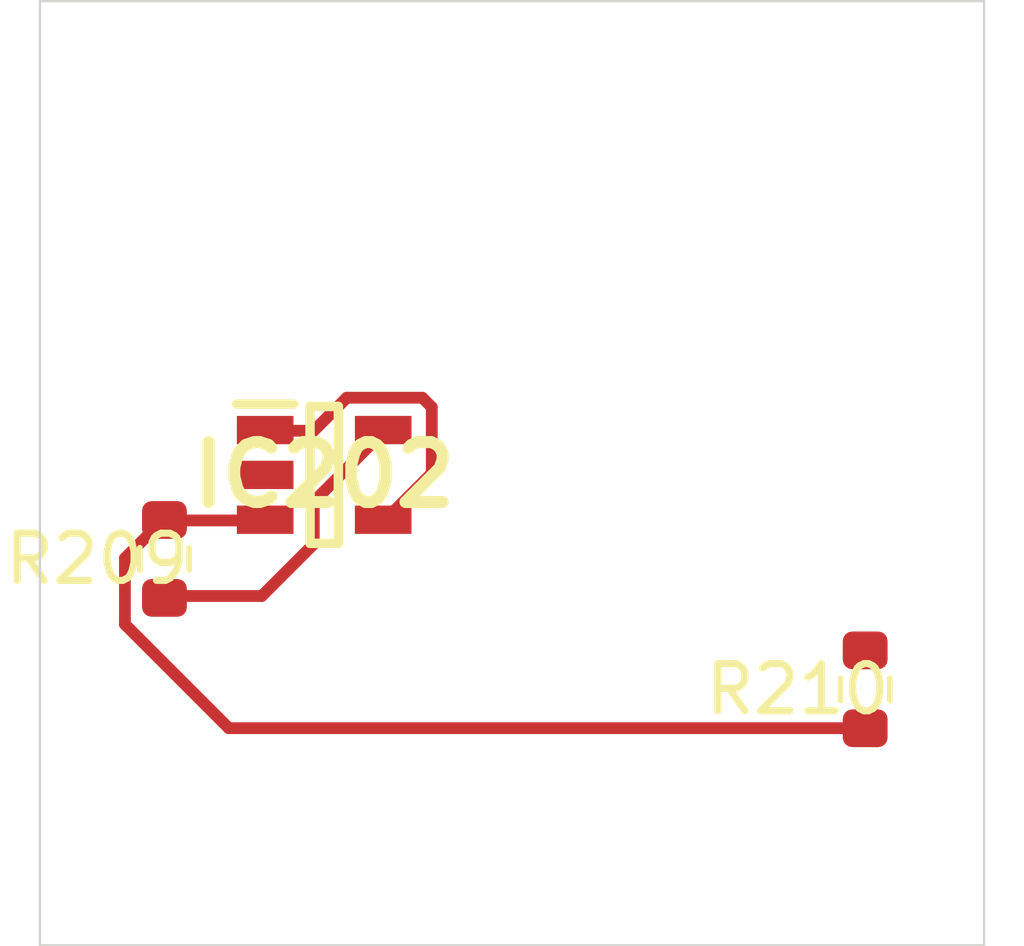
<source format=kicad_pcb>
 ( kicad_pcb  ( version 20171130 )
 ( host pcbnew 5.1.12-84ad8e8a86~92~ubuntu18.04.1 )
 ( general  ( thickness 1.6 )
 ( drawings 4 )
 ( tracks 0 )
 ( zones 0 )
 ( modules 3 )
 ( nets 5 )
)
 ( page A4 )
 ( layers  ( 0 F.Cu signal )
 ( 31 B.Cu signal )
 ( 32 B.Adhes user )
 ( 33 F.Adhes user )
 ( 34 B.Paste user )
 ( 35 F.Paste user )
 ( 36 B.SilkS user )
 ( 37 F.SilkS user )
 ( 38 B.Mask user )
 ( 39 F.Mask user )
 ( 40 Dwgs.User user )
 ( 41 Cmts.User user )
 ( 42 Eco1.User user )
 ( 43 Eco2.User user )
 ( 44 Edge.Cuts user )
 ( 45 Margin user )
 ( 46 B.CrtYd user )
 ( 47 F.CrtYd user )
 ( 48 B.Fab user )
 ( 49 F.Fab user )
)
 ( setup  ( last_trace_width 0.25 )
 ( trace_clearance 0.2 )
 ( zone_clearance 0.508 )
 ( zone_45_only no )
 ( trace_min 0.2 )
 ( via_size 0.8 )
 ( via_drill 0.4 )
 ( via_min_size 0.4 )
 ( via_min_drill 0.3 )
 ( uvia_size 0.3 )
 ( uvia_drill 0.1 )
 ( uvias_allowed no )
 ( uvia_min_size 0.2 )
 ( uvia_min_drill 0.1 )
 ( edge_width 0.05 )
 ( segment_width 0.2 )
 ( pcb_text_width 0.3 )
 ( pcb_text_size 1.5 1.5 )
 ( mod_edge_width 0.12 )
 ( mod_text_size 1 1 )
 ( mod_text_width 0.15 )
 ( pad_size 1.524 1.524 )
 ( pad_drill 0.762 )
 ( pad_to_mask_clearance 0 )
 ( aux_axis_origin 0 0 )
 ( visible_elements FFFFFF7F )
 ( pcbplotparams  ( layerselection 0x010fc_ffffffff )
 ( usegerberextensions false )
 ( usegerberattributes true )
 ( usegerberadvancedattributes true )
 ( creategerberjobfile true )
 ( excludeedgelayer true )
 ( linewidth 0.100000 )
 ( plotframeref false )
 ( viasonmask false )
 ( mode 1 )
 ( useauxorigin false )
 ( hpglpennumber 1 )
 ( hpglpenspeed 20 )
 ( hpglpendiameter 15.000000 )
 ( psnegative false )
 ( psa4output false )
 ( plotreference true )
 ( plotvalue true )
 ( plotinvisibletext false )
 ( padsonsilk false )
 ( subtractmaskfromsilk false )
 ( outputformat 1 )
 ( mirror false )
 ( drillshape 1 )
 ( scaleselection 1 )
 ( outputdirectory "" )
)
)
 ( net 0 "" )
 ( net 1 GND )
 ( net 2 VDDA )
 ( net 3 /Sheet6235D886/vp )
 ( net 4 "Net-(IC202-Pad3)" )
 ( net_class Default "This is the default net class."  ( clearance 0.2 )
 ( trace_width 0.25 )
 ( via_dia 0.8 )
 ( via_drill 0.4 )
 ( uvia_dia 0.3 )
 ( uvia_drill 0.1 )
 ( add_net /Sheet6235D886/vp )
 ( add_net GND )
 ( add_net "Net-(IC202-Pad3)" )
 ( add_net VDDA )
)
 ( module SOT95P280X145-5N locked  ( layer F.Cu )
 ( tedit 62336ED7 )
 ( tstamp 623423ED )
 ( at 86.020900 110.035000 )
 ( descr DBV0005A )
 ( tags "Integrated Circuit" )
 ( path /6235D887/6266C08E )
 ( attr smd )
 ( fp_text reference IC202  ( at 0 0 )
 ( layer F.SilkS )
 ( effects  ( font  ( size 1.27 1.27 )
 ( thickness 0.254 )
)
)
)
 ( fp_text value TL071HIDBVR  ( at 0 0 )
 ( layer F.SilkS )
hide  ( effects  ( font  ( size 1.27 1.27 )
 ( thickness 0.254 )
)
)
)
 ( fp_line  ( start -1.85 -1.5 )
 ( end -0.65 -1.5 )
 ( layer F.SilkS )
 ( width 0.2 )
)
 ( fp_line  ( start -0.3 1.45 )
 ( end -0.3 -1.45 )
 ( layer F.SilkS )
 ( width 0.2 )
)
 ( fp_line  ( start 0.3 1.45 )
 ( end -0.3 1.45 )
 ( layer F.SilkS )
 ( width 0.2 )
)
 ( fp_line  ( start 0.3 -1.45 )
 ( end 0.3 1.45 )
 ( layer F.SilkS )
 ( width 0.2 )
)
 ( fp_line  ( start -0.3 -1.45 )
 ( end 0.3 -1.45 )
 ( layer F.SilkS )
 ( width 0.2 )
)
 ( fp_line  ( start -0.8 -0.5 )
 ( end 0.15 -1.45 )
 ( layer Dwgs.User )
 ( width 0.1 )
)
 ( fp_line  ( start -0.8 1.45 )
 ( end -0.8 -1.45 )
 ( layer Dwgs.User )
 ( width 0.1 )
)
 ( fp_line  ( start 0.8 1.45 )
 ( end -0.8 1.45 )
 ( layer Dwgs.User )
 ( width 0.1 )
)
 ( fp_line  ( start 0.8 -1.45 )
 ( end 0.8 1.45 )
 ( layer Dwgs.User )
 ( width 0.1 )
)
 ( fp_line  ( start -0.8 -1.45 )
 ( end 0.8 -1.45 )
 ( layer Dwgs.User )
 ( width 0.1 )
)
 ( fp_line  ( start -2.1 1.775 )
 ( end -2.1 -1.775 )
 ( layer Dwgs.User )
 ( width 0.05 )
)
 ( fp_line  ( start 2.1 1.775 )
 ( end -2.1 1.775 )
 ( layer Dwgs.User )
 ( width 0.05 )
)
 ( fp_line  ( start 2.1 -1.775 )
 ( end 2.1 1.775 )
 ( layer Dwgs.User )
 ( width 0.05 )
)
 ( fp_line  ( start -2.1 -1.775 )
 ( end 2.1 -1.775 )
 ( layer Dwgs.User )
 ( width 0.05 )
)
 ( pad 1 smd rect  ( at -1.25 -0.95 90.000000 )
 ( size 0.6 1.2 )
 ( layers F.Cu F.Mask F.Paste )
 ( net 3 /Sheet6235D886/vp )
)
 ( pad 2 smd rect  ( at -1.25 0 90.000000 )
 ( size 0.6 1.2 )
 ( layers F.Cu F.Mask F.Paste )
 ( net 1 GND )
)
 ( pad 3 smd rect  ( at -1.25 0.95 90.000000 )
 ( size 0.6 1.2 )
 ( layers F.Cu F.Mask F.Paste )
 ( net 4 "Net-(IC202-Pad3)" )
)
 ( pad 4 smd rect  ( at 1.25 0.95 90.000000 )
 ( size 0.6 1.2 )
 ( layers F.Cu F.Mask F.Paste )
 ( net 3 /Sheet6235D886/vp )
)
 ( pad 5 smd rect  ( at 1.25 -0.95 90.000000 )
 ( size 0.6 1.2 )
 ( layers F.Cu F.Mask F.Paste )
 ( net 2 VDDA )
)
)
 ( module Resistor_SMD:R_0603_1608Metric  ( layer F.Cu )
 ( tedit 5F68FEEE )
 ( tstamp 62342595 )
 ( at 82.637100 111.815000 90.000000 )
 ( descr "Resistor SMD 0603 (1608 Metric), square (rectangular) end terminal, IPC_7351 nominal, (Body size source: IPC-SM-782 page 72, https://www.pcb-3d.com/wordpress/wp-content/uploads/ipc-sm-782a_amendment_1_and_2.pdf), generated with kicad-footprint-generator" )
 ( tags resistor )
 ( path /6235D887/623CDBD9 )
 ( attr smd )
 ( fp_text reference R209  ( at 0 -1.43 )
 ( layer F.SilkS )
 ( effects  ( font  ( size 1 1 )
 ( thickness 0.15 )
)
)
)
 ( fp_text value 100k  ( at 0 1.43 )
 ( layer F.Fab )
 ( effects  ( font  ( size 1 1 )
 ( thickness 0.15 )
)
)
)
 ( fp_line  ( start -0.8 0.4125 )
 ( end -0.8 -0.4125 )
 ( layer F.Fab )
 ( width 0.1 )
)
 ( fp_line  ( start -0.8 -0.4125 )
 ( end 0.8 -0.4125 )
 ( layer F.Fab )
 ( width 0.1 )
)
 ( fp_line  ( start 0.8 -0.4125 )
 ( end 0.8 0.4125 )
 ( layer F.Fab )
 ( width 0.1 )
)
 ( fp_line  ( start 0.8 0.4125 )
 ( end -0.8 0.4125 )
 ( layer F.Fab )
 ( width 0.1 )
)
 ( fp_line  ( start -0.237258 -0.5225 )
 ( end 0.237258 -0.5225 )
 ( layer F.SilkS )
 ( width 0.12 )
)
 ( fp_line  ( start -0.237258 0.5225 )
 ( end 0.237258 0.5225 )
 ( layer F.SilkS )
 ( width 0.12 )
)
 ( fp_line  ( start -1.48 0.73 )
 ( end -1.48 -0.73 )
 ( layer F.CrtYd )
 ( width 0.05 )
)
 ( fp_line  ( start -1.48 -0.73 )
 ( end 1.48 -0.73 )
 ( layer F.CrtYd )
 ( width 0.05 )
)
 ( fp_line  ( start 1.48 -0.73 )
 ( end 1.48 0.73 )
 ( layer F.CrtYd )
 ( width 0.05 )
)
 ( fp_line  ( start 1.48 0.73 )
 ( end -1.48 0.73 )
 ( layer F.CrtYd )
 ( width 0.05 )
)
 ( fp_text user %R  ( at 0 0 )
 ( layer F.Fab )
 ( effects  ( font  ( size 0.4 0.4 )
 ( thickness 0.06 )
)
)
)
 ( pad 1 smd roundrect  ( at -0.825 0 90.000000 )
 ( size 0.8 0.95 )
 ( layers F.Cu F.Mask F.Paste )
 ( roundrect_rratio 0.25 )
 ( net 2 VDDA )
)
 ( pad 2 smd roundrect  ( at 0.825 0 90.000000 )
 ( size 0.8 0.95 )
 ( layers F.Cu F.Mask F.Paste )
 ( roundrect_rratio 0.25 )
 ( net 4 "Net-(IC202-Pad3)" )
)
 ( model ${KISYS3DMOD}/Resistor_SMD.3dshapes/R_0603_1608Metric.wrl  ( at  ( xyz 0 0 0 )
)
 ( scale  ( xyz 1 1 1 )
)
 ( rotate  ( xyz 0 0 0 )
)
)
)
 ( module Resistor_SMD:R_0603_1608Metric  ( layer F.Cu )
 ( tedit 5F68FEEE )
 ( tstamp 623425A6 )
 ( at 97.480700 114.577000 90.000000 )
 ( descr "Resistor SMD 0603 (1608 Metric), square (rectangular) end terminal, IPC_7351 nominal, (Body size source: IPC-SM-782 page 72, https://www.pcb-3d.com/wordpress/wp-content/uploads/ipc-sm-782a_amendment_1_and_2.pdf), generated with kicad-footprint-generator" )
 ( tags resistor )
 ( path /6235D887/623CDBDF )
 ( attr smd )
 ( fp_text reference R210  ( at 0 -1.43 )
 ( layer F.SilkS )
 ( effects  ( font  ( size 1 1 )
 ( thickness 0.15 )
)
)
)
 ( fp_text value 100k  ( at 0 1.43 )
 ( layer F.Fab )
 ( effects  ( font  ( size 1 1 )
 ( thickness 0.15 )
)
)
)
 ( fp_line  ( start 1.48 0.73 )
 ( end -1.48 0.73 )
 ( layer F.CrtYd )
 ( width 0.05 )
)
 ( fp_line  ( start 1.48 -0.73 )
 ( end 1.48 0.73 )
 ( layer F.CrtYd )
 ( width 0.05 )
)
 ( fp_line  ( start -1.48 -0.73 )
 ( end 1.48 -0.73 )
 ( layer F.CrtYd )
 ( width 0.05 )
)
 ( fp_line  ( start -1.48 0.73 )
 ( end -1.48 -0.73 )
 ( layer F.CrtYd )
 ( width 0.05 )
)
 ( fp_line  ( start -0.237258 0.5225 )
 ( end 0.237258 0.5225 )
 ( layer F.SilkS )
 ( width 0.12 )
)
 ( fp_line  ( start -0.237258 -0.5225 )
 ( end 0.237258 -0.5225 )
 ( layer F.SilkS )
 ( width 0.12 )
)
 ( fp_line  ( start 0.8 0.4125 )
 ( end -0.8 0.4125 )
 ( layer F.Fab )
 ( width 0.1 )
)
 ( fp_line  ( start 0.8 -0.4125 )
 ( end 0.8 0.4125 )
 ( layer F.Fab )
 ( width 0.1 )
)
 ( fp_line  ( start -0.8 -0.4125 )
 ( end 0.8 -0.4125 )
 ( layer F.Fab )
 ( width 0.1 )
)
 ( fp_line  ( start -0.8 0.4125 )
 ( end -0.8 -0.4125 )
 ( layer F.Fab )
 ( width 0.1 )
)
 ( fp_text user %R  ( at 0 0 )
 ( layer F.Fab )
 ( effects  ( font  ( size 0.4 0.4 )
 ( thickness 0.06 )
)
)
)
 ( pad 2 smd roundrect  ( at 0.825 0 90.000000 )
 ( size 0.8 0.95 )
 ( layers F.Cu F.Mask F.Paste )
 ( roundrect_rratio 0.25 )
 ( net 1 GND )
)
 ( pad 1 smd roundrect  ( at -0.825 0 90.000000 )
 ( size 0.8 0.95 )
 ( layers F.Cu F.Mask F.Paste )
 ( roundrect_rratio 0.25 )
 ( net 4 "Net-(IC202-Pad3)" )
)
 ( model ${KISYS3DMOD}/Resistor_SMD.3dshapes/R_0603_1608Metric.wrl  ( at  ( xyz 0 0 0 )
)
 ( scale  ( xyz 1 1 1 )
)
 ( rotate  ( xyz 0 0 0 )
)
)
)
 ( gr_line  ( start 100 100 )
 ( end 100 120 )
 ( layer Edge.Cuts )
 ( width 0.05 )
 ( tstamp 62E770C4 )
)
 ( gr_line  ( start 80 120 )
 ( end 100 120 )
 ( layer Edge.Cuts )
 ( width 0.05 )
 ( tstamp 62E770C0 )
)
 ( gr_line  ( start 80 100 )
 ( end 100 100 )
 ( layer Edge.Cuts )
 ( width 0.05 )
 ( tstamp 6234110C )
)
 ( gr_line  ( start 80 100 )
 ( end 80 120 )
 ( layer Edge.Cuts )
 ( width 0.05 )
)
 ( segment  ( start 82.600001 112.600002 )
 ( end 84.700001 112.600002 )
 ( width 0.250000 )
 ( layer F.Cu )
 ( net 2 )
)
 ( segment  ( start 84.700001 112.600002 )
 ( end 85.800001 111.500002 )
 ( width 0.250000 )
 ( layer F.Cu )
 ( net 2 )
)
 ( segment  ( start 85.800001 111.500002 )
 ( end 85.800001 110.600002 )
 ( width 0.250000 )
 ( layer F.Cu )
 ( net 2 )
)
 ( segment  ( start 85.800001 110.600002 )
 ( end 87.300001 109.100002 )
 ( width 0.250000 )
 ( layer F.Cu )
 ( net 2 )
)
 ( segment  ( start 87.300001 111.000002 )
 ( end 88.300001 110.000002 )
 ( width 0.250000 )
 ( layer F.Cu )
 ( net 3 )
)
 ( segment  ( start 88.300001 110.000002 )
 ( end 88.300001 108.600002 )
 ( width 0.250000 )
 ( layer F.Cu )
 ( net 3 )
)
 ( segment  ( start 88.300001 108.600002 )
 ( end 88.100001 108.400002 )
 ( width 0.250000 )
 ( layer F.Cu )
 ( net 3 )
)
 ( segment  ( start 88.100001 108.400002 )
 ( end 86.500001 108.400002 )
 ( width 0.250000 )
 ( layer F.Cu )
 ( net 3 )
)
 ( segment  ( start 86.500001 108.400002 )
 ( end 85.800001 109.100002 )
 ( width 0.250000 )
 ( layer F.Cu )
 ( net 3 )
)
 ( segment  ( start 85.800001 109.100002 )
 ( end 84.800001 109.100002 )
 ( width 0.250000 )
 ( layer F.Cu )
 ( net 3 )
)
 ( segment  ( start 82.600001 111.000002 )
 ( end 84.800001 111.000002 )
 ( width 0.250000 )
 ( layer F.Cu )
 ( net 4 )
)
 ( segment  ( start 97.500001 115.400002 )
 ( end 84.000001 115.400002 )
 ( width 0.250000 )
 ( layer F.Cu )
 ( net 4 )
)
 ( segment  ( start 84.000001 115.400002 )
 ( end 81.800001 113.200002 )
 ( width 0.250000 )
 ( layer F.Cu )
 ( net 4 )
)
 ( segment  ( start 81.800001 113.200002 )
 ( end 81.800001 111.800002 )
 ( width 0.250000 )
 ( layer F.Cu )
 ( net 4 )
)
 ( segment  ( start 81.800001 111.800002 )
 ( end 82.600001 111.000002 )
 ( width 0.250000 )
 ( layer F.Cu )
 ( net 4 )
)
)

</source>
